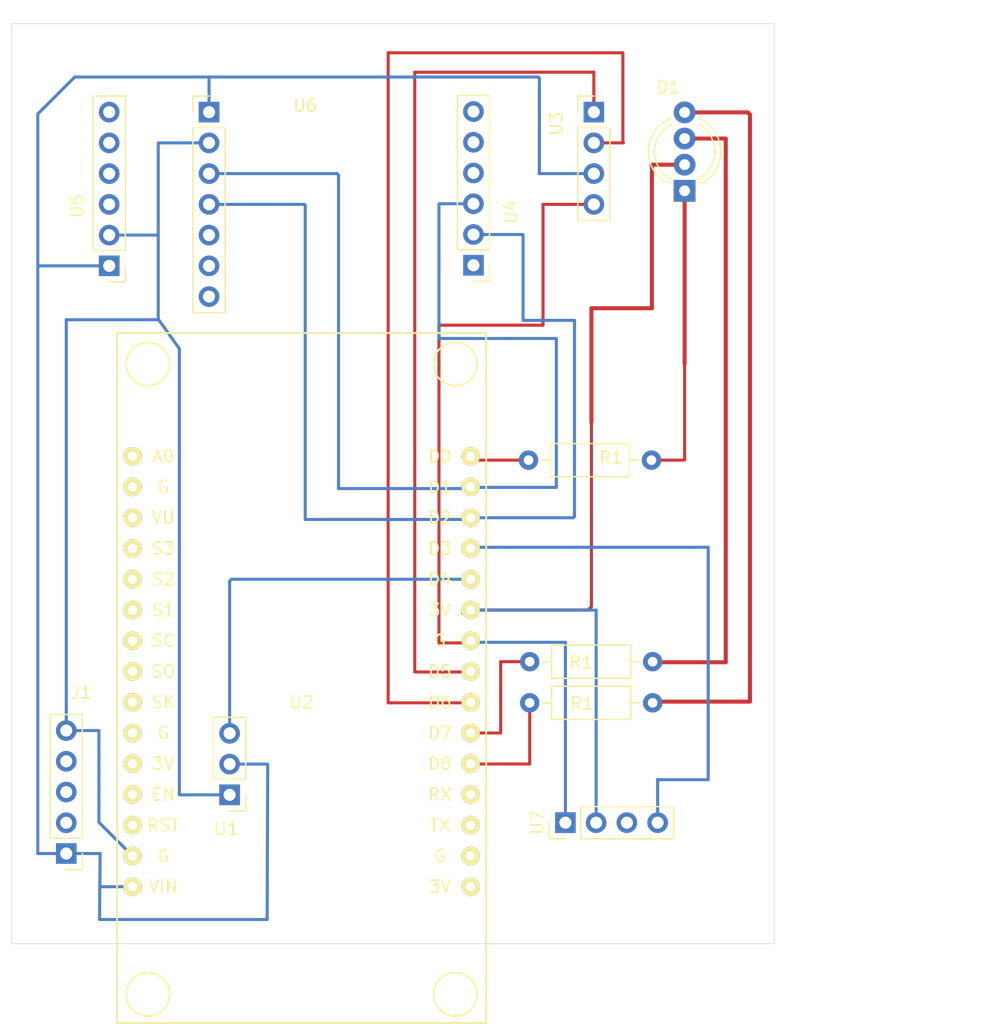
<source format=kicad_pcb>
(kicad_pcb (version 20171130) (host pcbnew "(5.1.10)-1")

  (general
    (thickness 1.6)
    (drawings 7)
    (tracks 144)
    (zones 0)
    (modules 16)
    (nets 38)
  )

  (page A4)
  (layers
    (0 F.Cu signal)
    (31 B.Cu signal)
    (32 B.Adhes user)
    (33 F.Adhes user)
    (34 B.Paste user)
    (35 F.Paste user)
    (36 B.SilkS user)
    (37 F.SilkS user)
    (38 B.Mask user)
    (39 F.Mask user)
    (40 Dwgs.User user)
    (41 Cmts.User user)
    (42 Eco1.User user)
    (43 Eco2.User user)
    (44 Edge.Cuts user)
    (45 Margin user)
    (46 B.CrtYd user)
    (47 F.CrtYd user)
    (48 B.Fab user)
    (49 F.Fab user hide)
  )

  (setup
    (last_trace_width 0.25)
    (user_trace_width 0.333)
    (trace_clearance 0.2)
    (zone_clearance 0.508)
    (zone_45_only no)
    (trace_min 0.2)
    (via_size 0.9)
    (via_drill 0.5)
    (via_min_size 0.4)
    (via_min_drill 0.3)
    (uvia_size 0.3)
    (uvia_drill 0.1)
    (uvias_allowed no)
    (uvia_min_size 0.2)
    (uvia_min_drill 0.1)
    (edge_width 0.05)
    (segment_width 0.2)
    (pcb_text_width 0.3)
    (pcb_text_size 1.5 1.5)
    (mod_edge_width 0.12)
    (mod_text_size 1 1)
    (mod_text_width 0.15)
    (pad_size 1.524 1.524)
    (pad_drill 0.762)
    (pad_to_mask_clearance 0)
    (aux_axis_origin 0 0)
    (visible_elements 7FFFFFFF)
    (pcbplotparams
      (layerselection 0x010fc_ffffffff)
      (usegerberextensions false)
      (usegerberattributes true)
      (usegerberadvancedattributes true)
      (creategerberjobfile true)
      (excludeedgelayer true)
      (linewidth 0.100000)
      (plotframeref false)
      (viasonmask false)
      (mode 1)
      (useauxorigin false)
      (hpglpennumber 1)
      (hpglpenspeed 20)
      (hpglpendiameter 15.000000)
      (psnegative false)
      (psa4output false)
      (plotreference true)
      (plotvalue true)
      (plotinvisibletext false)
      (padsonsilk false)
      (subtractmaskfromsilk false)
      (outputformat 1)
      (mirror false)
      (drillshape 0)
      (scaleselection 1)
      (outputdirectory "C:/Users/velaz/Pictures/TRABAJO IER/kicad_pcb/gerber_CO2/"))
  )

  (net 0 "")
  (net 1 "Net-(D1-Pad1)")
  (net 2 "Net-(D1-Pad2)")
  (net 3 "Net-(D1-Pad3)")
  (net 4 "Net-(D1-Pad4)")
  (net 5 "Net-(J1-Pad1)")
  (net 6 "Net-(J1-Pad2)")
  (net 7 "Net-(R1-Pad1)")
  (net 8 "Net-(R2-Pad1)")
  (net 9 "Net-(R3-Pad1)")
  (net 10 "Net-(U1-Pad3)")
  (net 11 "Net-(U2-Pad1)")
  (net 12 "Net-(U2-Pad2)")
  (net 13 "Net-(U2-Pad3)")
  (net 14 "Net-(U2-Pad4)")
  (net 15 "Net-(U2-Pad5)")
  (net 16 "Net-(U2-Pad6)")
  (net 17 "Net-(U2-Pad7)")
  (net 18 "Net-(U2-Pad8)")
  (net 19 "Net-(U2-Pad9)")
  (net 20 "Net-(U2-Pad10)")
  (net 21 "Net-(U2-Pad11)")
  (net 22 "Net-(U2-Pad12)")
  (net 23 "Net-(U2-Pad13)")
  (net 24 "Net-(U2-Pad16)")
  (net 25 "Net-(U2-Pad17)")
  (net 26 "Net-(U2-Pad18)")
  (net 27 "Net-(U2-Pad19)")
  (net 28 "Net-(U2-Pad22)")
  (net 29 "Net-(U2-Pad23)")
  (net 30 "Net-(U2-Pad28)")
  (net 31 "Net-(U2-Pad29)")
  (net 32 "Net-(J1-Pad5)")
  (net 33 "Net-(J1-Pad4)")
  (net 34 "Net-(J1-Pad3)")
  (net 35 "Net-(U2-Pad24)")
  (net 36 "Net-(U2-Pad27)")
  (net 37 "Net-(U7-Pad3)")

  (net_class Default "This is the default net class."
    (clearance 0.2)
    (trace_width 0.25)
    (via_dia 0.9)
    (via_drill 0.5)
    (uvia_dia 0.3)
    (uvia_drill 0.1)
    (add_net "Net-(D1-Pad1)")
    (add_net "Net-(D1-Pad2)")
    (add_net "Net-(D1-Pad3)")
    (add_net "Net-(D1-Pad4)")
    (add_net "Net-(J1-Pad1)")
    (add_net "Net-(J1-Pad2)")
    (add_net "Net-(J1-Pad3)")
    (add_net "Net-(J1-Pad4)")
    (add_net "Net-(J1-Pad5)")
    (add_net "Net-(R1-Pad1)")
    (add_net "Net-(R2-Pad1)")
    (add_net "Net-(R3-Pad1)")
    (add_net "Net-(U1-Pad3)")
    (add_net "Net-(U2-Pad1)")
    (add_net "Net-(U2-Pad10)")
    (add_net "Net-(U2-Pad11)")
    (add_net "Net-(U2-Pad12)")
    (add_net "Net-(U2-Pad13)")
    (add_net "Net-(U2-Pad16)")
    (add_net "Net-(U2-Pad17)")
    (add_net "Net-(U2-Pad18)")
    (add_net "Net-(U2-Pad19)")
    (add_net "Net-(U2-Pad2)")
    (add_net "Net-(U2-Pad22)")
    (add_net "Net-(U2-Pad23)")
    (add_net "Net-(U2-Pad24)")
    (add_net "Net-(U2-Pad27)")
    (add_net "Net-(U2-Pad28)")
    (add_net "Net-(U2-Pad29)")
    (add_net "Net-(U2-Pad3)")
    (add_net "Net-(U2-Pad4)")
    (add_net "Net-(U2-Pad5)")
    (add_net "Net-(U2-Pad6)")
    (add_net "Net-(U2-Pad7)")
    (add_net "Net-(U2-Pad8)")
    (add_net "Net-(U2-Pad9)")
    (add_net "Net-(U7-Pad3)")
  )

  (module Connector_PinHeader_2.54mm:PinHeader_1x04_P2.54mm_Vertical (layer F.Cu) (tedit 59FED5CC) (tstamp 6174670E)
    (at 148.75 128 90)
    (descr "Through hole straight pin header, 1x04, 2.54mm pitch, single row")
    (tags "Through hole pin header THT 1x04 2.54mm single row")
    (path /617537B2)
    (fp_text reference U7 (at 0 -2.33 90) (layer F.SilkS)
      (effects (font (size 1 1) (thickness 0.15)))
    )
    (fp_text value boton_grove (at 0 9.95 90) (layer F.Fab)
      (effects (font (size 1 1) (thickness 0.15)))
    )
    (fp_text user %R (at 0 3.81) (layer F.Fab)
      (effects (font (size 1 1) (thickness 0.15)))
    )
    (fp_line (start -0.635 -1.27) (end 1.27 -1.27) (layer F.Fab) (width 0.1))
    (fp_line (start 1.27 -1.27) (end 1.27 8.89) (layer F.Fab) (width 0.1))
    (fp_line (start 1.27 8.89) (end -1.27 8.89) (layer F.Fab) (width 0.1))
    (fp_line (start -1.27 8.89) (end -1.27 -0.635) (layer F.Fab) (width 0.1))
    (fp_line (start -1.27 -0.635) (end -0.635 -1.27) (layer F.Fab) (width 0.1))
    (fp_line (start -1.33 8.95) (end 1.33 8.95) (layer F.SilkS) (width 0.12))
    (fp_line (start -1.33 1.27) (end -1.33 8.95) (layer F.SilkS) (width 0.12))
    (fp_line (start 1.33 1.27) (end 1.33 8.95) (layer F.SilkS) (width 0.12))
    (fp_line (start -1.33 1.27) (end 1.33 1.27) (layer F.SilkS) (width 0.12))
    (fp_line (start -1.33 0) (end -1.33 -1.33) (layer F.SilkS) (width 0.12))
    (fp_line (start -1.33 -1.33) (end 0 -1.33) (layer F.SilkS) (width 0.12))
    (fp_line (start -1.8 -1.8) (end -1.8 9.4) (layer F.CrtYd) (width 0.05))
    (fp_line (start -1.8 9.4) (end 1.8 9.4) (layer F.CrtYd) (width 0.05))
    (fp_line (start 1.8 9.4) (end 1.8 -1.8) (layer F.CrtYd) (width 0.05))
    (fp_line (start 1.8 -1.8) (end -1.8 -1.8) (layer F.CrtYd) (width 0.05))
    (pad 4 thru_hole oval (at 0 7.62 90) (size 1.7 1.7) (drill 1) (layers *.Cu *.Mask)
      (net 36 "Net-(U2-Pad27)"))
    (pad 3 thru_hole oval (at 0 5.08 90) (size 1.7 1.7) (drill 1) (layers *.Cu *.Mask)
      (net 37 "Net-(U7-Pad3)"))
    (pad 2 thru_hole oval (at 0 2.54 90) (size 1.7 1.7) (drill 1) (layers *.Cu *.Mask)
      (net 2 "Net-(D1-Pad2)"))
    (pad 1 thru_hole rect (at 0 0 90) (size 1.7 1.7) (drill 1) (layers *.Cu *.Mask)
      (net 35 "Net-(U2-Pad24)"))
    (model "C:/Users/velaz/Pictures/TRABAJO IER/3d models/grove/Grove Connector (standing).STEP"
      (offset (xyz 3 -10 0))
      (scale (xyz 1.25 1 1))
      (rotate (xyz -90 0 -90))
    )
  )

  (module Connector_PinHeader_2.54mm:PinHeader_1x06_P2.54mm_Vertical (layer F.Cu) (tedit 59FED5CC) (tstamp 6165262D)
    (at 141.15 81.95 180)
    (descr "Through hole straight pin header, 1x06, 2.54mm pitch, single row")
    (tags "Through hole pin header THT 1x06 2.54mm single row")
    (path /6167FC23)
    (fp_text reference U4 (at -3.1 4.4 90) (layer F.SilkS)
      (effects (font (size 1 1) (thickness 0.15)))
    )
    (fp_text value s8 (at 0 15.03) (layer F.Fab)
      (effects (font (size 1 1) (thickness 0.15)))
    )
    (fp_line (start 1.8 -1.8) (end -1.8 -1.8) (layer F.CrtYd) (width 0.05))
    (fp_line (start 1.8 14.5) (end 1.8 -1.8) (layer F.CrtYd) (width 0.05))
    (fp_line (start -1.8 14.5) (end 1.8 14.5) (layer F.CrtYd) (width 0.05))
    (fp_line (start -1.8 -1.8) (end -1.8 14.5) (layer F.CrtYd) (width 0.05))
    (fp_line (start -1.33 -1.33) (end 0 -1.33) (layer F.SilkS) (width 0.12))
    (fp_line (start -1.33 0) (end -1.33 -1.33) (layer F.SilkS) (width 0.12))
    (fp_line (start -1.33 1.27) (end 1.33 1.27) (layer F.SilkS) (width 0.12))
    (fp_line (start 1.33 1.27) (end 1.33 14.03) (layer F.SilkS) (width 0.12))
    (fp_line (start -1.33 1.27) (end -1.33 14.03) (layer F.SilkS) (width 0.12))
    (fp_line (start -1.33 14.03) (end 1.33 14.03) (layer F.SilkS) (width 0.12))
    (fp_line (start -1.27 -0.635) (end -0.635 -1.27) (layer F.Fab) (width 0.1))
    (fp_line (start -1.27 13.97) (end -1.27 -0.635) (layer F.Fab) (width 0.1))
    (fp_line (start 1.27 13.97) (end -1.27 13.97) (layer F.Fab) (width 0.1))
    (fp_line (start 1.27 -1.27) (end 1.27 13.97) (layer F.Fab) (width 0.1))
    (fp_line (start -0.635 -1.27) (end 1.27 -1.27) (layer F.Fab) (width 0.1))
    (fp_text user %R (at 0 6.35 90) (layer F.Fab)
      (effects (font (size 1 1) (thickness 0.15)))
    )
    (pad 6 thru_hole oval (at 0 12.7 180) (size 1.7 1.7) (drill 1) (layers *.Cu *.Mask))
    (pad 5 thru_hole oval (at 0 10.16 180) (size 1.7 1.7) (drill 1) (layers *.Cu *.Mask))
    (pad 4 thru_hole oval (at 0 7.62 180) (size 1.7 1.7) (drill 1) (layers *.Cu *.Mask))
    (pad 3 thru_hole oval (at 0 5.08 180) (size 1.7 1.7) (drill 1) (layers *.Cu *.Mask)
      (net 31 "Net-(U2-Pad29)"))
    (pad 2 thru_hole oval (at 0 2.54 180) (size 1.7 1.7) (drill 1) (layers *.Cu *.Mask)
      (net 30 "Net-(U2-Pad28)"))
    (pad 1 thru_hole rect (at 0 0 180) (size 1.7 1.7) (drill 1) (layers *.Cu *.Mask))
    (model ${KISYS3DMOD}/Connector_PinSocket_2.54mm.3dshapes/PinSocket_1x06_P2.54mm_Vertical.wrl
      (offset (xyz 0 -12.5 0))
      (scale (xyz 1 1 1))
      (rotate (xyz 180 180 0))
    )
  )

  (module Connector_PinHeader_2.54mm:PinHeader_1x07_P2.54mm_Vertical (layer F.Cu) (tedit 59FED5CC) (tstamp 61651F5A)
    (at 119.3 69.3)
    (descr "Through hole straight pin header, 1x07, 2.54mm pitch, single row")
    (tags "Through hole pin header THT 1x07 2.54mm single row")
    (path /61668B07)
    (fp_text reference U6 (at 7.95 -0.55) (layer F.SilkS)
      (effects (font (size 1 1) (thickness 0.15)))
    )
    (fp_text value sen0220_scd30 (at 0 17.57) (layer F.Fab)
      (effects (font (size 1 1) (thickness 0.15)))
    )
    (fp_line (start 1.8 -1.8) (end -1.8 -1.8) (layer F.CrtYd) (width 0.05))
    (fp_line (start 1.8 17.05) (end 1.8 -1.8) (layer F.CrtYd) (width 0.05))
    (fp_line (start -1.8 17.05) (end 1.8 17.05) (layer F.CrtYd) (width 0.05))
    (fp_line (start -1.8 -1.8) (end -1.8 17.05) (layer F.CrtYd) (width 0.05))
    (fp_line (start -1.33 -1.33) (end 0 -1.33) (layer F.SilkS) (width 0.12))
    (fp_line (start -1.33 0) (end -1.33 -1.33) (layer F.SilkS) (width 0.12))
    (fp_line (start -1.33 1.27) (end 1.33 1.27) (layer F.SilkS) (width 0.12))
    (fp_line (start 1.33 1.27) (end 1.33 16.57) (layer F.SilkS) (width 0.12))
    (fp_line (start -1.33 1.27) (end -1.33 16.57) (layer F.SilkS) (width 0.12))
    (fp_line (start -1.33 16.57) (end 1.33 16.57) (layer F.SilkS) (width 0.12))
    (fp_line (start -1.27 -0.635) (end -0.635 -1.27) (layer F.Fab) (width 0.1))
    (fp_line (start -1.27 16.51) (end -1.27 -0.635) (layer F.Fab) (width 0.1))
    (fp_line (start 1.27 16.51) (end -1.27 16.51) (layer F.Fab) (width 0.1))
    (fp_line (start 1.27 -1.27) (end 1.27 16.51) (layer F.Fab) (width 0.1))
    (fp_line (start -0.635 -1.27) (end 1.27 -1.27) (layer F.Fab) (width 0.1))
    (fp_text user %R (at 0 7.62 90) (layer F.Fab)
      (effects (font (size 1 1) (thickness 0.15)))
    )
    (pad 7 thru_hole oval (at 0 15.24) (size 1.7 1.7) (drill 1) (layers *.Cu *.Mask))
    (pad 6 thru_hole oval (at 0 12.7) (size 1.7 1.7) (drill 1) (layers *.Cu *.Mask))
    (pad 5 thru_hole oval (at 0 10.16) (size 1.7 1.7) (drill 1) (layers *.Cu *.Mask))
    (pad 4 thru_hole oval (at 0 7.62) (size 1.7 1.7) (drill 1) (layers *.Cu *.Mask)
      (net 30 "Net-(U2-Pad28)"))
    (pad 3 thru_hole oval (at 0 5.08) (size 1.7 1.7) (drill 1) (layers *.Cu *.Mask)
      (net 31 "Net-(U2-Pad29)"))
    (pad 2 thru_hole oval (at 0 2.54) (size 1.7 1.7) (drill 1) (layers *.Cu *.Mask)
      (net 32 "Net-(J1-Pad5)"))
    (pad 1 thru_hole rect (at 0 0) (size 1.7 1.7) (drill 1) (layers *.Cu *.Mask)
      (net 5 "Net-(J1-Pad1)"))
    (model ${KISYS3DMOD}/Connector_PinSocket_2.54mm.3dshapes/PinSocket_1x07_P2.54mm_Vertical.step
      (offset (xyz 0 -15 -1.5))
      (scale (xyz 1 1 1))
      (rotate (xyz 180 0 0))
    )
  )

  (module Connector_PinHeader_2.54mm:PinHeader_1x06_P2.54mm_Vertical (layer F.Cu) (tedit 59FED5CC) (tstamp 6164FCA2)
    (at 111.05 82 180)
    (descr "Through hole straight pin header, 1x06, 2.54mm pitch, single row")
    (tags "Through hole pin header THT 1x06 2.54mm single row")
    (path /61653887)
    (fp_text reference U5 (at 2.65 4.95 90) (layer F.SilkS)
      (effects (font (size 1 1) (thickness 0.15)))
    )
    (fp_text value lp (at 0 15.03) (layer F.Fab)
      (effects (font (size 1 1) (thickness 0.15)))
    )
    (fp_line (start -0.635 -1.27) (end 1.27 -1.27) (layer F.Fab) (width 0.1))
    (fp_line (start 1.27 -1.27) (end 1.27 13.97) (layer F.Fab) (width 0.1))
    (fp_line (start 1.27 13.97) (end -1.27 13.97) (layer F.Fab) (width 0.1))
    (fp_line (start -1.27 13.97) (end -1.27 -0.635) (layer F.Fab) (width 0.1))
    (fp_line (start -1.27 -0.635) (end -0.635 -1.27) (layer F.Fab) (width 0.1))
    (fp_line (start -1.33 14.03) (end 1.33 14.03) (layer F.SilkS) (width 0.12))
    (fp_line (start -1.33 1.27) (end -1.33 14.03) (layer F.SilkS) (width 0.12))
    (fp_line (start 1.33 1.27) (end 1.33 14.03) (layer F.SilkS) (width 0.12))
    (fp_line (start -1.33 1.27) (end 1.33 1.27) (layer F.SilkS) (width 0.12))
    (fp_line (start -1.33 0) (end -1.33 -1.33) (layer F.SilkS) (width 0.12))
    (fp_line (start -1.33 -1.33) (end 0 -1.33) (layer F.SilkS) (width 0.12))
    (fp_line (start -1.8 -1.8) (end -1.8 14.5) (layer F.CrtYd) (width 0.05))
    (fp_line (start -1.8 14.5) (end 1.8 14.5) (layer F.CrtYd) (width 0.05))
    (fp_line (start 1.8 14.5) (end 1.8 -1.8) (layer F.CrtYd) (width 0.05))
    (fp_line (start 1.8 -1.8) (end -1.8 -1.8) (layer F.CrtYd) (width 0.05))
    (fp_text user %R (at 0 6.35 90) (layer F.Fab)
      (effects (font (size 1 1) (thickness 0.15)))
    )
    (pad 6 thru_hole oval (at 0 12.7 180) (size 1.7 1.7) (drill 1) (layers *.Cu *.Mask))
    (pad 5 thru_hole oval (at 0 10.16 180) (size 1.7 1.7) (drill 1) (layers *.Cu *.Mask))
    (pad 4 thru_hole oval (at 0 7.62 180) (size 1.7 1.7) (drill 1) (layers *.Cu *.Mask))
    (pad 3 thru_hole oval (at 0 5.08 180) (size 1.7 1.7) (drill 1) (layers *.Cu *.Mask))
    (pad 2 thru_hole oval (at 0 2.54 180) (size 1.7 1.7) (drill 1) (layers *.Cu *.Mask)
      (net 32 "Net-(J1-Pad5)"))
    (pad 1 thru_hole rect (at 0 0 180) (size 1.7 1.7) (drill 1) (layers *.Cu *.Mask)
      (net 5 "Net-(J1-Pad1)"))
    (model ${KISYS3DMOD}/Connector_PinSocket_2.54mm.3dshapes/PinSocket_1x06_P2.54mm_Vertical.wrl
      (offset (xyz 0 -12.5 0))
      (scale (xyz 1 1 1))
      (rotate (xyz 180 -180 0))
    )
  )

  (module Connector_PinHeader_2.54mm:PinHeader_1x05_P2.54mm_Vertical (layer F.Cu) (tedit 59FED5CC) (tstamp 6164FA68)
    (at 107.5 130.55 180)
    (descr "Through hole straight pin header, 1x05, 2.54mm pitch, single row")
    (tags "Through hole pin header THT 1x05 2.54mm single row")
    (path /6166421A)
    (fp_text reference J1 (at -1.25 13.3) (layer F.SilkS)
      (effects (font (size 1 1) (thickness 0.15)))
    )
    (fp_text value 5v (at 0 12.49) (layer F.Fab)
      (effects (font (size 1 1) (thickness 0.15)))
    )
    (fp_line (start -0.635 -1.27) (end 1.27 -1.27) (layer F.Fab) (width 0.1))
    (fp_line (start 1.27 -1.27) (end 1.27 11.43) (layer F.Fab) (width 0.1))
    (fp_line (start 1.27 11.43) (end -1.27 11.43) (layer F.Fab) (width 0.1))
    (fp_line (start -1.27 11.43) (end -1.27 -0.635) (layer F.Fab) (width 0.1))
    (fp_line (start -1.27 -0.635) (end -0.635 -1.27) (layer F.Fab) (width 0.1))
    (fp_line (start -1.33 11.49) (end 1.33 11.49) (layer F.SilkS) (width 0.12))
    (fp_line (start -1.33 1.27) (end -1.33 11.49) (layer F.SilkS) (width 0.12))
    (fp_line (start 1.33 1.27) (end 1.33 11.49) (layer F.SilkS) (width 0.12))
    (fp_line (start -1.33 1.27) (end 1.33 1.27) (layer F.SilkS) (width 0.12))
    (fp_line (start -1.33 0) (end -1.33 -1.33) (layer F.SilkS) (width 0.12))
    (fp_line (start -1.33 -1.33) (end 0 -1.33) (layer F.SilkS) (width 0.12))
    (fp_line (start -1.8 -1.8) (end -1.8 11.95) (layer F.CrtYd) (width 0.05))
    (fp_line (start -1.8 11.95) (end 1.8 11.95) (layer F.CrtYd) (width 0.05))
    (fp_line (start 1.8 11.95) (end 1.8 -1.8) (layer F.CrtYd) (width 0.05))
    (fp_line (start 1.8 -1.8) (end -1.8 -1.8) (layer F.CrtYd) (width 0.05))
    (fp_text user %R (at 0 5.08 180) (layer F.Fab)
      (effects (font (size 1 1) (thickness 0.15)))
    )
    (pad 5 thru_hole oval (at 0 10.16 180) (size 1.7 1.7) (drill 1) (layers *.Cu *.Mask)
      (net 32 "Net-(J1-Pad5)"))
    (pad 4 thru_hole oval (at 0 7.62 180) (size 1.7 1.7) (drill 1) (layers *.Cu *.Mask)
      (net 33 "Net-(J1-Pad4)"))
    (pad 3 thru_hole oval (at 0 5.08 180) (size 1.7 1.7) (drill 1) (layers *.Cu *.Mask)
      (net 34 "Net-(J1-Pad3)"))
    (pad 2 thru_hole oval (at 0 2.54 180) (size 1.7 1.7) (drill 1) (layers *.Cu *.Mask)
      (net 6 "Net-(J1-Pad2)"))
    (pad 1 thru_hole rect (at 0 0 180) (size 1.7 1.7) (drill 1) (layers *.Cu *.Mask)
      (net 5 "Net-(J1-Pad1)"))
    (model ${KISYS3DMOD}/Connector_PinHeader_2.54mm.3dshapes/PinHeader_1x05_P2.54mm_Vertical.wrl
      (offset (xyz 0 -10 -1.5))
      (scale (xyz 1 1 1))
      (rotate (xyz 180 0 0))
    )
    (model ${KISYS3DMOD}/Connector_USB.3dshapes/USB_Micro-B_Molex_47346-0001.wrl
      (offset (xyz 1.5 -5 -7.5))
      (scale (xyz 1.7 1.8 1.4))
      (rotate (xyz 0 -180 -90))
    )
  )

  (module MountingHole:MountingHole_3.2mm_M3 (layer F.Cu) (tedit 56D1B4CB) (tstamp 6164CAF9)
    (at 105.5 64.5)
    (descr "Mounting Hole 3.2mm, no annular, M3")
    (tags "mounting hole 3.2mm no annular m3")
    (attr virtual)
    (fp_text reference "" (at 0 -4.2) (layer F.SilkS)
      (effects (font (size 1 1) (thickness 0.15)))
    )
    (fp_text value MountingHole_3.2mm_M3 (at 0 4.2) (layer F.Fab)
      (effects (font (size 1 1) (thickness 0.15)))
    )
    (fp_circle (center 0 0) (end 3.2 0) (layer Cmts.User) (width 0.15))
    (fp_circle (center 0 0) (end 3.45 0) (layer F.CrtYd) (width 0.05))
    (fp_text user %R (at 5.969 0.3302) (layer F.Fab)
      (effects (font (size 1 1) (thickness 0.15)))
    )
    (pad 1 np_thru_hole circle (at 0 0) (size 3.2 3.2) (drill 3.2) (layers *.Cu *.Mask))
  )

  (module MountingHole:MountingHole_3.2mm_M3 (layer F.Cu) (tedit 56D1B4CB) (tstamp 6164CAE7)
    (at 105.5 135.5)
    (descr "Mounting Hole 3.2mm, no annular, M3")
    (tags "mounting hole 3.2mm no annular m3")
    (attr virtual)
    (fp_text reference "" (at 1.5 4.75) (layer F.SilkS)
      (effects (font (size 1 1) (thickness 0.15)))
    )
    (fp_text value MountingHole_3.2mm_M3 (at 0 4.2) (layer F.Fab)
      (effects (font (size 1 1) (thickness 0.15)))
    )
    (fp_circle (center 0 0) (end 3.45 0) (layer F.CrtYd) (width 0.05))
    (fp_circle (center 0 0) (end 3.2 0) (layer Cmts.User) (width 0.15))
    (fp_text user %R (at 5.969 0.3302) (layer F.Fab)
      (effects (font (size 1 1) (thickness 0.15)))
    )
    (pad 1 np_thru_hole circle (at 0 0) (size 3.2 3.2) (drill 3.2) (layers *.Cu *.Mask))
  )

  (module MountingHole:MountingHole_3.2mm_M3 (layer F.Cu) (tedit 56D1B4CB) (tstamp 6164CA69)
    (at 163.5 135.5)
    (descr "Mounting Hole 3.2mm, no annular, M3")
    (tags "mounting hole 3.2mm no annular m3")
    (attr virtual)
    (fp_text reference "" (at 5.25 4.5) (layer F.SilkS)
      (effects (font (size 1 1) (thickness 0.15)))
    )
    (fp_text value MountingHole_3.2mm_M3 (at 0 4.2) (layer F.Fab)
      (effects (font (size 1 1) (thickness 0.15)))
    )
    (fp_circle (center 0 0) (end 3.2 0) (layer Cmts.User) (width 0.15))
    (fp_circle (center 0 0) (end 3.45 0) (layer F.CrtYd) (width 0.05))
    (fp_text user %R (at 5.969 0.3302) (layer F.Fab)
      (effects (font (size 1 1) (thickness 0.15)))
    )
    (pad 1 np_thru_hole circle (at 0 0) (size 3.2 3.2) (drill 3.2) (layers *.Cu *.Mask))
  )

  (module MountingHole:MountingHole_3.2mm_M3 (layer F.Cu) (tedit 56D1B4CB) (tstamp 6164CA10)
    (at 163.5 64.5)
    (descr "Mounting Hole 3.2mm, no annular, M3")
    (tags "mounting hole 3.2mm no annular m3")
    (attr virtual)
    (fp_text reference "" (at 0 -4.2) (layer F.SilkS)
      (effects (font (size 1 1) (thickness 0.15)))
    )
    (fp_text value MountingHole_3.2mm_M3 (at 0 4.2) (layer F.Fab)
      (effects (font (size 1 1) (thickness 0.15)))
    )
    (fp_circle (center 0 0) (end 3.45 0) (layer F.CrtYd) (width 0.05))
    (fp_circle (center 0 0) (end 3.2 0) (layer Cmts.User) (width 0.15))
    (fp_text user %R (at 5.969 0.3302) (layer F.Fab)
      (effects (font (size 1 1) (thickness 0.15)))
    )
    (pad 1 np_thru_hole circle (at 0 0) (size 3.2 3.2) (drill 3.2) (layers *.Cu *.Mask))
  )

  (module LED_THT:LED_D5.0mm-4_RGB_Wide_Pins (layer F.Cu) (tedit 5B74F76E) (tstamp 6164AC8D)
    (at 158.6 75.8 90)
    (descr "LED, diameter 5.0mm, 2 pins, diameter 5.0mm, 3 pins, diameter 5.0mm, 4 pins, http://www.kingbright.com/attachments/file/psearch/000/00/00/L-154A4SUREQBFZGEW(Ver.9A).pdf")
    (tags "LED diameter 5.0mm 2 pins diameter 5.0mm 3 pins diameter 5.0mm 4 pins RGB RGBLED")
    (path /615FF3B4)
    (fp_text reference D1 (at 8.55 -1.35 180) (layer F.SilkS)
      (effects (font (size 1 1) (thickness 0.15)))
    )
    (fp_text value LED_RGB (at 3.2385 3.96 90) (layer F.Fab)
      (effects (font (size 1 1) (thickness 0.15)))
    )
    (fp_circle (center 3.2385 0) (end 5.7385 0) (layer F.Fab) (width 0.1))
    (fp_line (start 0.7385 -1.469694) (end 0.7385 1.469694) (layer F.Fab) (width 0.1))
    (fp_line (start 0.6785 -1.545) (end 0.6785 -1.08) (layer F.SilkS) (width 0.12))
    (fp_line (start 0.6785 1.08) (end 0.6785 1.545) (layer F.SilkS) (width 0.12))
    (fp_line (start -1.08 -3.25) (end -1.08 3.25) (layer F.CrtYd) (width 0.05))
    (fp_line (start -1.08 3.25) (end 7.56 3.25) (layer F.CrtYd) (width 0.05))
    (fp_line (start 7.56 3.25) (end 7.56 -3.25) (layer F.CrtYd) (width 0.05))
    (fp_line (start 7.56 -3.25) (end -1.08 -3.25) (layer F.CrtYd) (width 0.05))
    (fp_arc (start 3.2385 0) (end 0.7385 -1.469694) (angle 299.1) (layer F.Fab) (width 0.1))
    (fp_arc (start 3.2385 0) (end 0.6785 -1.54483) (angle 127.7) (layer F.SilkS) (width 0.12))
    (fp_arc (start 3.2385 0) (end 0.6785 1.54483) (angle -127.7) (layer F.SilkS) (width 0.12))
    (fp_arc (start 3.2385 0) (end 0.983816 -1.08) (angle 128.8) (layer F.SilkS) (width 0.12))
    (fp_arc (start 3.2385 0) (end 0.983816 1.08) (angle -128.8) (layer F.SilkS) (width 0.12))
    (fp_text user %R (at 3.2385 -3.96 90) (layer F.Fab)
      (effects (font (size 1 1) (thickness 0.15)))
    )
    (pad 1 thru_hole rect (at 0 0 90) (size 1.8 1.8) (drill 0.9) (layers *.Cu *.Mask)
      (net 1 "Net-(D1-Pad1)"))
    (pad 2 thru_hole circle (at 2.159 0 90) (size 1.8 1.8) (drill 0.9) (layers *.Cu *.Mask)
      (net 2 "Net-(D1-Pad2)"))
    (pad 3 thru_hole circle (at 4.318 0 90) (size 1.8 1.8) (drill 0.9) (layers *.Cu *.Mask)
      (net 3 "Net-(D1-Pad3)"))
    (pad 4 thru_hole circle (at 6.477 0 90) (size 1.8 1.8) (drill 0.9) (layers *.Cu *.Mask)
      (net 4 "Net-(D1-Pad4)"))
    (model ${KISYS3DMOD}/LED_THT.3dshapes/LED_D5.0mm-4_RGB_Wide_Pins.wrl
      (at (xyz 0 0 0))
      (scale (xyz 1 1 1))
      (rotate (xyz 0 0 0))
    )
    (model ${KISYS3DMOD}/LED_THT.3dshapes/LED_D5.0mm-4_RGB.wrl
      (at (xyz 0 0 0))
      (scale (xyz 1.7 1.7 1.3))
      (rotate (xyz 0 0 0))
    )
  )

  (module Resistor_THT:R_Axial_DIN0207_L6.3mm_D2.5mm_P10.16mm_Horizontal (layer F.Cu) (tedit 5AE5139B) (tstamp 61649FB1)
    (at 145.8 118.1)
    (descr "Resistor, Axial_DIN0207 series, Axial, Horizontal, pin pitch=10.16mm, 0.25W = 1/4W, length*diameter=6.3*2.5mm^2, http://cdn-reichelt.de/documents/datenblatt/B400/1_4W%23YAG.pdf")
    (tags "Resistor Axial_DIN0207 series Axial Horizontal pin pitch 10.16mm 0.25W = 1/4W length 6.3mm diameter 2.5mm")
    (path /616048E6)
    (fp_text reference R1 (at 4.3 0.05) (layer F.SilkS)
      (effects (font (size 1 1) (thickness 0.15)))
    )
    (fp_text value 220 (at 5.08 2.37) (layer F.Fab)
      (effects (font (size 1 1) (thickness 0.15)))
    )
    (fp_line (start 1.93 -1.25) (end 1.93 1.25) (layer F.Fab) (width 0.1))
    (fp_line (start 1.93 1.25) (end 8.23 1.25) (layer F.Fab) (width 0.1))
    (fp_line (start 8.23 1.25) (end 8.23 -1.25) (layer F.Fab) (width 0.1))
    (fp_line (start 8.23 -1.25) (end 1.93 -1.25) (layer F.Fab) (width 0.1))
    (fp_line (start 0 0) (end 1.93 0) (layer F.Fab) (width 0.1))
    (fp_line (start 10.16 0) (end 8.23 0) (layer F.Fab) (width 0.1))
    (fp_line (start 1.81 -1.37) (end 1.81 1.37) (layer F.SilkS) (width 0.12))
    (fp_line (start 1.81 1.37) (end 8.35 1.37) (layer F.SilkS) (width 0.12))
    (fp_line (start 8.35 1.37) (end 8.35 -1.37) (layer F.SilkS) (width 0.12))
    (fp_line (start 8.35 -1.37) (end 1.81 -1.37) (layer F.SilkS) (width 0.12))
    (fp_line (start 1.04 0) (end 1.81 0) (layer F.SilkS) (width 0.12))
    (fp_line (start 9.12 0) (end 8.35 0) (layer F.SilkS) (width 0.12))
    (fp_line (start -1.05 -1.5) (end -1.05 1.5) (layer F.CrtYd) (width 0.05))
    (fp_line (start -1.05 1.5) (end 11.21 1.5) (layer F.CrtYd) (width 0.05))
    (fp_line (start 11.21 1.5) (end 11.21 -1.5) (layer F.CrtYd) (width 0.05))
    (fp_line (start 11.21 -1.5) (end -1.05 -1.5) (layer F.CrtYd) (width 0.05))
    (fp_text user %R (at 5.08 0) (layer F.Fab)
      (effects (font (size 1 1) (thickness 0.15)))
    )
    (pad 1 thru_hole circle (at 0 0) (size 1.6 1.6) (drill 0.8) (layers *.Cu *.Mask)
      (net 7 "Net-(R1-Pad1)"))
    (pad 2 thru_hole oval (at 10.16 0) (size 1.6 1.6) (drill 0.8) (layers *.Cu *.Mask)
      (net 4 "Net-(D1-Pad4)"))
    (model ${KISYS3DMOD}/Resistor_THT.3dshapes/R_Axial_DIN0207_L6.3mm_D2.5mm_P10.16mm_Horizontal.wrl
      (at (xyz 0 0 0))
      (scale (xyz 1 1 1))
      (rotate (xyz 0 0 0))
    )
  )

  (module Resistor_THT:R_Axial_DIN0207_L6.3mm_D2.5mm_P10.16mm_Horizontal (layer F.Cu) (tedit 5AE5139B) (tstamp 61649FC8)
    (at 145.8 114.7)
    (descr "Resistor, Axial_DIN0207 series, Axial, Horizontal, pin pitch=10.16mm, 0.25W = 1/4W, length*diameter=6.3*2.5mm^2, http://cdn-reichelt.de/documents/datenblatt/B400/1_4W%23YAG.pdf")
    (tags "Resistor Axial_DIN0207 series Axial Horizontal pin pitch 10.16mm 0.25W = 1/4W length 6.3mm diameter 2.5mm")
    (path /61605002)
    (fp_text reference R1 (at 4.25 0.05) (layer F.SilkS)
      (effects (font (size 1 1) (thickness 0.15)))
    )
    (fp_text value 220 (at 5.08 2.37) (layer F.Fab)
      (effects (font (size 1 1) (thickness 0.15)))
    )
    (fp_line (start 11.21 -1.5) (end -1.05 -1.5) (layer F.CrtYd) (width 0.05))
    (fp_line (start 11.21 1.5) (end 11.21 -1.5) (layer F.CrtYd) (width 0.05))
    (fp_line (start -1.05 1.5) (end 11.21 1.5) (layer F.CrtYd) (width 0.05))
    (fp_line (start -1.05 -1.5) (end -1.05 1.5) (layer F.CrtYd) (width 0.05))
    (fp_line (start 9.12 0) (end 8.35 0) (layer F.SilkS) (width 0.12))
    (fp_line (start 1.04 0) (end 1.81 0) (layer F.SilkS) (width 0.12))
    (fp_line (start 8.35 -1.37) (end 1.81 -1.37) (layer F.SilkS) (width 0.12))
    (fp_line (start 8.35 1.37) (end 8.35 -1.37) (layer F.SilkS) (width 0.12))
    (fp_line (start 1.81 1.37) (end 8.35 1.37) (layer F.SilkS) (width 0.12))
    (fp_line (start 1.81 -1.37) (end 1.81 1.37) (layer F.SilkS) (width 0.12))
    (fp_line (start 10.16 0) (end 8.23 0) (layer F.Fab) (width 0.1))
    (fp_line (start 0 0) (end 1.93 0) (layer F.Fab) (width 0.1))
    (fp_line (start 8.23 -1.25) (end 1.93 -1.25) (layer F.Fab) (width 0.1))
    (fp_line (start 8.23 1.25) (end 8.23 -1.25) (layer F.Fab) (width 0.1))
    (fp_line (start 1.93 1.25) (end 8.23 1.25) (layer F.Fab) (width 0.1))
    (fp_line (start 1.93 -1.25) (end 1.93 1.25) (layer F.Fab) (width 0.1))
    (fp_text user %R (at 5.08 0) (layer F.Fab)
      (effects (font (size 1 1) (thickness 0.15)))
    )
    (pad 2 thru_hole oval (at 10.16 0) (size 1.6 1.6) (drill 0.8) (layers *.Cu *.Mask)
      (net 3 "Net-(D1-Pad3)"))
    (pad 1 thru_hole circle (at 0 0) (size 1.6 1.6) (drill 0.8) (layers *.Cu *.Mask)
      (net 8 "Net-(R2-Pad1)"))
    (model ${KISYS3DMOD}/Resistor_THT.3dshapes/R_Axial_DIN0207_L6.3mm_D2.5mm_P10.16mm_Horizontal.wrl
      (at (xyz 0 0 0))
      (scale (xyz 1 1 1))
      (rotate (xyz 0 0 0))
    )
  )

  (module Resistor_THT:R_Axial_DIN0207_L6.3mm_D2.5mm_P10.16mm_Horizontal (layer F.Cu) (tedit 5AE5139B) (tstamp 61649FDF)
    (at 145.7 98.05)
    (descr "Resistor, Axial_DIN0207 series, Axial, Horizontal, pin pitch=10.16mm, 0.25W = 1/4W, length*diameter=6.3*2.5mm^2, http://cdn-reichelt.de/documents/datenblatt/B400/1_4W%23YAG.pdf")
    (tags "Resistor Axial_DIN0207 series Axial Horizontal pin pitch 10.16mm 0.25W = 1/4W length 6.3mm diameter 2.5mm")
    (path /616052D2)
    (fp_text reference R1 (at 6.8 -0.2) (layer F.SilkS)
      (effects (font (size 1 1) (thickness 0.15)))
    )
    (fp_text value 220 (at 5.08 2.37) (layer F.Fab)
      (effects (font (size 1 1) (thickness 0.15)))
    )
    (fp_line (start 1.93 -1.25) (end 1.93 1.25) (layer F.Fab) (width 0.1))
    (fp_line (start 1.93 1.25) (end 8.23 1.25) (layer F.Fab) (width 0.1))
    (fp_line (start 8.23 1.25) (end 8.23 -1.25) (layer F.Fab) (width 0.1))
    (fp_line (start 8.23 -1.25) (end 1.93 -1.25) (layer F.Fab) (width 0.1))
    (fp_line (start 0 0) (end 1.93 0) (layer F.Fab) (width 0.1))
    (fp_line (start 10.16 0) (end 8.23 0) (layer F.Fab) (width 0.1))
    (fp_line (start 1.81 -1.37) (end 1.81 1.37) (layer F.SilkS) (width 0.12))
    (fp_line (start 1.81 1.37) (end 8.35 1.37) (layer F.SilkS) (width 0.12))
    (fp_line (start 8.35 1.37) (end 8.35 -1.37) (layer F.SilkS) (width 0.12))
    (fp_line (start 8.35 -1.37) (end 1.81 -1.37) (layer F.SilkS) (width 0.12))
    (fp_line (start 1.04 0) (end 1.81 0) (layer F.SilkS) (width 0.12))
    (fp_line (start 9.12 0) (end 8.35 0) (layer F.SilkS) (width 0.12))
    (fp_line (start -1.05 -1.5) (end -1.05 1.5) (layer F.CrtYd) (width 0.05))
    (fp_line (start -1.05 1.5) (end 11.21 1.5) (layer F.CrtYd) (width 0.05))
    (fp_line (start 11.21 1.5) (end 11.21 -1.5) (layer F.CrtYd) (width 0.05))
    (fp_line (start 11.21 -1.5) (end -1.05 -1.5) (layer F.CrtYd) (width 0.05))
    (fp_text user %R (at 5.08 0) (layer F.Fab)
      (effects (font (size 1 1) (thickness 0.15)))
    )
    (pad 1 thru_hole circle (at 0 0) (size 1.6 1.6) (drill 0.8) (layers *.Cu *.Mask)
      (net 9 "Net-(R3-Pad1)"))
    (pad 2 thru_hole oval (at 10.16 0) (size 1.6 1.6) (drill 0.8) (layers *.Cu *.Mask)
      (net 1 "Net-(D1-Pad1)"))
    (model ${KISYS3DMOD}/Resistor_THT.3dshapes/R_Axial_DIN0207_L6.3mm_D2.5mm_P10.16mm_Horizontal.wrl
      (at (xyz 0 0 0))
      (scale (xyz 1 1 1))
      (rotate (xyz 0 0 0))
    )
  )

  (module Connector_PinHeader_2.54mm:PinHeader_1x03_P2.54mm_Vertical (layer F.Cu) (tedit 59FED5CC) (tstamp 6164A044)
    (at 121 125.7 180)
    (descr "Through hole straight pin header, 1x03, 2.54mm pitch, single row")
    (tags "Through hole pin header THT 1x03 2.54mm single row")
    (path /6161B2AF)
    (fp_text reference U1 (at 0.25 -2.8) (layer F.SilkS)
      (effects (font (size 1 1) (thickness 0.15)))
    )
    (fp_text value Buzzer_activo (at 0 7.41) (layer F.Fab)
      (effects (font (size 1 1) (thickness 0.15)))
    )
    (fp_line (start -0.635 -1.27) (end 1.27 -1.27) (layer F.Fab) (width 0.1))
    (fp_line (start 1.27 -1.27) (end 1.27 6.35) (layer F.Fab) (width 0.1))
    (fp_line (start 1.27 6.35) (end -1.27 6.35) (layer F.Fab) (width 0.1))
    (fp_line (start -1.27 6.35) (end -1.27 -0.635) (layer F.Fab) (width 0.1))
    (fp_line (start -1.27 -0.635) (end -0.635 -1.27) (layer F.Fab) (width 0.1))
    (fp_line (start -1.33 6.41) (end 1.33 6.41) (layer F.SilkS) (width 0.12))
    (fp_line (start -1.33 1.27) (end -1.33 6.41) (layer F.SilkS) (width 0.12))
    (fp_line (start 1.33 1.27) (end 1.33 6.41) (layer F.SilkS) (width 0.12))
    (fp_line (start -1.33 1.27) (end 1.33 1.27) (layer F.SilkS) (width 0.12))
    (fp_line (start -1.33 0) (end -1.33 -1.33) (layer F.SilkS) (width 0.12))
    (fp_line (start -1.33 -1.33) (end 0 -1.33) (layer F.SilkS) (width 0.12))
    (fp_line (start -1.8 -1.8) (end -1.8 6.85) (layer F.CrtYd) (width 0.05))
    (fp_line (start -1.8 6.85) (end 1.8 6.85) (layer F.CrtYd) (width 0.05))
    (fp_line (start 1.8 6.85) (end 1.8 -1.8) (layer F.CrtYd) (width 0.05))
    (fp_line (start 1.8 -1.8) (end -1.8 -1.8) (layer F.CrtYd) (width 0.05))
    (fp_text user %R (at 0 2.54 90) (layer F.Fab)
      (effects (font (size 1 1) (thickness 0.15)))
    )
    (pad 1 thru_hole rect (at 0 0 180) (size 1.7 1.7) (drill 1) (layers *.Cu *.Mask)
      (net 32 "Net-(J1-Pad5)"))
    (pad 2 thru_hole oval (at 0 2.54 180) (size 1.7 1.7) (drill 1) (layers *.Cu *.Mask)
      (net 5 "Net-(J1-Pad1)"))
    (pad 3 thru_hole oval (at 0 5.08 180) (size 1.7 1.7) (drill 1) (layers *.Cu *.Mask)
      (net 10 "Net-(U1-Pad3)"))
    (model ${KISYS3DMOD}/Connector_PinSocket_2.54mm.3dshapes/PinSocket_1x03_P2.54mm_Horizontal.wrl
      (offset (xyz 0 -5 -3))
      (scale (xyz 1 1 1))
      (rotate (xyz -180 0 0))
    )
  )

  (module ESP8266:NodeMCU-LoLinV3 (layer F.Cu) (tedit 5AF0808C) (tstamp 6164A08D)
    (at 126.95 118.05)
    (path /615F62EE)
    (fp_text reference U2 (at 0 0) (layer F.SilkS)
      (effects (font (size 1 1) (thickness 0.15)))
    )
    (fp_text value "NodeMCU_1.0_(ESP-12E)" (at 0 -29.21) (layer F.Fab)
      (effects (font (size 1 1) (thickness 0.15)))
    )
    (fp_circle (center 12.7 24.13) (end 13.97 22.86) (layer F.SilkS) (width 0.15))
    (fp_circle (center -12.7 24.13) (end -11.43 22.86) (layer F.SilkS) (width 0.15))
    (fp_circle (center -12.7 -27.94) (end -11.43 -29.21) (layer F.SilkS) (width 0.15))
    (fp_circle (center 12.7 -27.94) (end 13.97 -29.21) (layer F.SilkS) (width 0.15))
    (fp_line (start 15.25 -30.5) (end -14.75 -30.5) (layer F.SilkS) (width 0.15))
    (fp_line (start -14.75 -30.5) (end -15.25 -30.5) (layer F.SilkS) (width 0.15))
    (fp_line (start -15.25 -30.5) (end -15.25 26.5) (layer F.SilkS) (width 0.15))
    (fp_line (start -15.25 26.5) (end 15.25 26.5) (layer F.SilkS) (width 0.15))
    (fp_line (start 15.25 26.5) (end 15.25 -30.5) (layer F.SilkS) (width 0.15))
    (fp_text user VIN (at -11.43 15.24) (layer F.SilkS)
      (effects (font (size 1 1) (thickness 0.15)))
    )
    (fp_text user G (at -11.43 12.7) (layer F.SilkS)
      (effects (font (size 1 1) (thickness 0.15)))
    )
    (fp_text user RST (at -11.43 10.16) (layer F.SilkS)
      (effects (font (size 1 1) (thickness 0.15)))
    )
    (fp_text user EN (at -11.43 7.62) (layer F.SilkS)
      (effects (font (size 1 1) (thickness 0.15)))
    )
    (fp_text user 3V (at -11.43 5.08) (layer F.SilkS)
      (effects (font (size 1 1) (thickness 0.15)))
    )
    (fp_text user G (at -11.43 2.54) (layer F.SilkS)
      (effects (font (size 1 1) (thickness 0.15)))
    )
    (fp_text user SK (at -11.43 0) (layer F.SilkS)
      (effects (font (size 1 1) (thickness 0.15)))
    )
    (fp_text user SO (at -11.43 -2.54) (layer F.SilkS)
      (effects (font (size 1 1) (thickness 0.15)))
    )
    (fp_text user SC (at -11.43 -5.08) (layer F.SilkS)
      (effects (font (size 1 1) (thickness 0.15)))
    )
    (fp_text user S1 (at -11.43 -7.62) (layer F.SilkS)
      (effects (font (size 1 1) (thickness 0.15)))
    )
    (fp_text user S2 (at -11.43 -10.16) (layer F.SilkS)
      (effects (font (size 1 1) (thickness 0.15)))
    )
    (fp_text user S3 (at -11.43 -12.7) (layer F.SilkS)
      (effects (font (size 1 1) (thickness 0.15)))
    )
    (fp_text user VU (at -11.43 -15.24) (layer F.SilkS)
      (effects (font (size 1 1) (thickness 0.15)))
    )
    (fp_text user G (at -11.43 -17.78) (layer F.SilkS)
      (effects (font (size 1 1) (thickness 0.15)))
    )
    (fp_text user A0 (at -11.43 -20.32) (layer F.SilkS)
      (effects (font (size 1 1) (thickness 0.15)))
    )
    (fp_text user 3V (at 11.43 15.24) (layer F.SilkS)
      (effects (font (size 1 1) (thickness 0.15)))
    )
    (fp_text user G (at 11.43 12.7) (layer F.SilkS)
      (effects (font (size 1 1) (thickness 0.15)))
    )
    (fp_text user TX (at 11.43 10.16) (layer F.SilkS)
      (effects (font (size 1 1) (thickness 0.15)))
    )
    (fp_text user RX (at 11.43 7.62) (layer F.SilkS)
      (effects (font (size 1 1) (thickness 0.15)))
    )
    (fp_text user D8 (at 11.43 5.08) (layer F.SilkS)
      (effects (font (size 1 1) (thickness 0.15)))
    )
    (fp_text user D7 (at 11.43 2.54) (layer F.SilkS)
      (effects (font (size 1 1) (thickness 0.15)))
    )
    (fp_text user D6 (at 11.43 0) (layer F.SilkS)
      (effects (font (size 1 1) (thickness 0.15)))
    )
    (fp_text user D5 (at 11.43 -2.54) (layer F.SilkS)
      (effects (font (size 1 1) (thickness 0.15)))
    )
    (fp_text user G (at 11.43 -5.08) (layer F.SilkS)
      (effects (font (size 1 1) (thickness 0.15)))
    )
    (fp_text user 3V (at 11.43 -7.62) (layer F.SilkS)
      (effects (font (size 1 1) (thickness 0.15)))
    )
    (fp_text user D4 (at 11.43 -10.16) (layer F.SilkS)
      (effects (font (size 1 1) (thickness 0.15)))
    )
    (fp_text user D3 (at 11.43 -12.7) (layer F.SilkS)
      (effects (font (size 1 1) (thickness 0.15)))
    )
    (fp_text user D2 (at 11.43 -15.24) (layer F.SilkS)
      (effects (font (size 1 1) (thickness 0.15)))
    )
    (fp_text user D1 (at 11.43 -17.78) (layer F.SilkS)
      (effects (font (size 1 1) (thickness 0.15)))
    )
    (fp_text user D0 (at 11.43 -20.32) (layer F.SilkS)
      (effects (font (size 1 1) (thickness 0.15)))
    )
    (pad 1 thru_hole circle (at -13.97 -20.32) (size 1.524 1.524) (drill 0.762) (layers *.Cu *.Mask F.SilkS)
      (net 11 "Net-(U2-Pad1)"))
    (pad 2 thru_hole circle (at -13.97 -17.78) (size 1.524 1.524) (drill 0.762) (layers *.Cu *.Mask F.SilkS)
      (net 12 "Net-(U2-Pad2)"))
    (pad 3 thru_hole circle (at -13.97 -15.24) (size 1.524 1.524) (drill 0.762) (layers *.Cu *.Mask F.SilkS)
      (net 13 "Net-(U2-Pad3)"))
    (pad 4 thru_hole circle (at -13.97 -12.7) (size 1.524 1.524) (drill 0.762) (layers *.Cu *.Mask F.SilkS)
      (net 14 "Net-(U2-Pad4)"))
    (pad 5 thru_hole circle (at -13.97 -10.16) (size 1.524 1.524) (drill 0.762) (layers *.Cu *.Mask F.SilkS)
      (net 15 "Net-(U2-Pad5)"))
    (pad 6 thru_hole circle (at -13.97 -7.62) (size 1.524 1.524) (drill 0.762) (layers *.Cu *.Mask F.SilkS)
      (net 16 "Net-(U2-Pad6)"))
    (pad 7 thru_hole circle (at -13.97 -5.08) (size 1.524 1.524) (drill 0.762) (layers *.Cu *.Mask F.SilkS)
      (net 17 "Net-(U2-Pad7)"))
    (pad 8 thru_hole circle (at -13.97 -2.54) (size 1.524 1.524) (drill 0.762) (layers *.Cu *.Mask F.SilkS)
      (net 18 "Net-(U2-Pad8)"))
    (pad 9 thru_hole circle (at -13.97 0) (size 1.524 1.524) (drill 0.762) (layers *.Cu *.Mask F.SilkS)
      (net 19 "Net-(U2-Pad9)"))
    (pad 10 thru_hole circle (at -13.97 2.54) (size 1.524 1.524) (drill 0.762) (layers *.Cu *.Mask F.SilkS)
      (net 20 "Net-(U2-Pad10)"))
    (pad 11 thru_hole circle (at -13.97 5.08) (size 1.524 1.524) (drill 0.762) (layers *.Cu *.Mask F.SilkS)
      (net 21 "Net-(U2-Pad11)"))
    (pad 12 thru_hole circle (at -13.97 7.62) (size 1.524 1.524) (drill 0.762) (layers *.Cu *.Mask F.SilkS)
      (net 22 "Net-(U2-Pad12)"))
    (pad 13 thru_hole circle (at -13.97 10.16) (size 1.524 1.524) (drill 0.762) (layers *.Cu *.Mask F.SilkS)
      (net 23 "Net-(U2-Pad13)"))
    (pad 14 thru_hole circle (at -13.97 12.7) (size 1.524 1.524) (drill 0.762) (layers *.Cu *.Mask F.SilkS)
      (net 32 "Net-(J1-Pad5)"))
    (pad 15 thru_hole circle (at -13.97 15.24) (size 1.524 1.524) (drill 0.762) (layers *.Cu *.Mask F.SilkS)
      (net 5 "Net-(J1-Pad1)"))
    (pad 16 thru_hole circle (at 13.97 15.24) (size 1.524 1.524) (drill 0.762) (layers *.Cu *.Mask F.SilkS)
      (net 24 "Net-(U2-Pad16)"))
    (pad 17 thru_hole circle (at 13.97 12.7) (size 1.524 1.524) (drill 0.762) (layers *.Cu *.Mask F.SilkS)
      (net 25 "Net-(U2-Pad17)"))
    (pad 18 thru_hole circle (at 13.97 10.16) (size 1.524 1.524) (drill 0.762) (layers *.Cu *.Mask F.SilkS)
      (net 26 "Net-(U2-Pad18)"))
    (pad 19 thru_hole circle (at 13.97 7.62) (size 1.524 1.524) (drill 0.762) (layers *.Cu *.Mask F.SilkS)
      (net 27 "Net-(U2-Pad19)"))
    (pad 20 thru_hole circle (at 13.97 5.08) (size 1.524 1.524) (drill 0.762) (layers *.Cu *.Mask F.SilkS)
      (net 7 "Net-(R1-Pad1)"))
    (pad 21 thru_hole circle (at 13.97 2.54) (size 1.524 1.524) (drill 0.762) (layers *.Cu *.Mask F.SilkS)
      (net 8 "Net-(R2-Pad1)"))
    (pad 22 thru_hole circle (at 13.97 0) (size 1.524 1.524) (drill 0.762) (layers *.Cu *.Mask F.SilkS)
      (net 28 "Net-(U2-Pad22)"))
    (pad 23 thru_hole circle (at 13.97 -2.54) (size 1.524 1.524) (drill 0.762) (layers *.Cu *.Mask F.SilkS)
      (net 29 "Net-(U2-Pad23)"))
    (pad 24 thru_hole circle (at 13.97 -5.08) (size 1.524 1.524) (drill 0.762) (layers *.Cu *.Mask F.SilkS)
      (net 35 "Net-(U2-Pad24)"))
    (pad 25 thru_hole circle (at 13.97 -7.62) (size 1.524 1.524) (drill 0.762) (layers *.Cu *.Mask F.SilkS)
      (net 2 "Net-(D1-Pad2)"))
    (pad 26 thru_hole circle (at 13.97 -10.16) (size 1.524 1.524) (drill 0.762) (layers *.Cu *.Mask F.SilkS)
      (net 10 "Net-(U1-Pad3)"))
    (pad 27 thru_hole circle (at 13.97 -12.7) (size 1.524 1.524) (drill 0.762) (layers *.Cu *.Mask F.SilkS)
      (net 36 "Net-(U2-Pad27)"))
    (pad 28 thru_hole circle (at 13.97 -15.24) (size 1.524 1.524) (drill 0.762) (layers *.Cu *.Mask F.SilkS)
      (net 30 "Net-(U2-Pad28)"))
    (pad 29 thru_hole circle (at 13.97 -17.78) (size 1.524 1.524) (drill 0.762) (layers *.Cu *.Mask F.SilkS)
      (net 31 "Net-(U2-Pad29)"))
    (pad 30 thru_hole circle (at 13.97 -20.32) (size 1.524 1.524) (drill 0.762) (layers *.Cu *.Mask F.SilkS)
      (net 9 "Net-(R3-Pad1)"))
    (model "C:/Users/velaz/Pictures/TRABAJO IER/3d models/Lolin NodeMCU ESP8266 V3.STEP"
      (offset (xyz 0 -26.5 3.5))
      (scale (xyz 1 1 1))
      (rotate (xyz -90 0 0))
    )
  )

  (module Connector_PinHeader_2.54mm:PinHeader_1x04_P2.54mm_Vertical (layer F.Cu) (tedit 59FED5CC) (tstamp 6164A0A5)
    (at 151.1 69.3)
    (descr "Through hole straight pin header, 1x04, 2.54mm pitch, single row")
    (tags "Through hole pin header THT 1x04 2.54mm single row")
    (path /61609CBB)
    (fp_text reference U3 (at -3.1 0.95 90) (layer F.SilkS)
      (effects (font (size 1 1) (thickness 0.15)))
    )
    (fp_text value Display (at 0 9.95) (layer F.Fab)
      (effects (font (size 1 1) (thickness 0.15)))
    )
    (fp_line (start -0.635 -1.27) (end 1.27 -1.27) (layer F.Fab) (width 0.1))
    (fp_line (start 1.27 -1.27) (end 1.27 8.89) (layer F.Fab) (width 0.1))
    (fp_line (start 1.27 8.89) (end -1.27 8.89) (layer F.Fab) (width 0.1))
    (fp_line (start -1.27 8.89) (end -1.27 -0.635) (layer F.Fab) (width 0.1))
    (fp_line (start -1.27 -0.635) (end -0.635 -1.27) (layer F.Fab) (width 0.1))
    (fp_line (start -1.33 8.95) (end 1.33 8.95) (layer F.SilkS) (width 0.12))
    (fp_line (start -1.33 1.27) (end -1.33 8.95) (layer F.SilkS) (width 0.12))
    (fp_line (start 1.33 1.27) (end 1.33 8.95) (layer F.SilkS) (width 0.12))
    (fp_line (start -1.33 1.27) (end 1.33 1.27) (layer F.SilkS) (width 0.12))
    (fp_line (start -1.33 0) (end -1.33 -1.33) (layer F.SilkS) (width 0.12))
    (fp_line (start -1.33 -1.33) (end 0 -1.33) (layer F.SilkS) (width 0.12))
    (fp_line (start -1.8 -1.8) (end -1.8 9.4) (layer F.CrtYd) (width 0.05))
    (fp_line (start -1.8 9.4) (end 1.8 9.4) (layer F.CrtYd) (width 0.05))
    (fp_line (start 1.8 9.4) (end 1.8 -1.8) (layer F.CrtYd) (width 0.05))
    (fp_line (start 1.8 -1.8) (end -1.8 -1.8) (layer F.CrtYd) (width 0.05))
    (fp_text user %R (at 0 3.81 90) (layer F.Fab)
      (effects (font (size 1 1) (thickness 0.15)))
    )
    (pad 1 thru_hole rect (at 0 0) (size 1.7 1.7) (drill 1) (layers *.Cu *.Mask)
      (net 29 "Net-(U2-Pad23)"))
    (pad 2 thru_hole oval (at 0 2.54) (size 1.7 1.7) (drill 1) (layers *.Cu *.Mask)
      (net 28 "Net-(U2-Pad22)"))
    (pad 3 thru_hole oval (at 0 5.08) (size 1.7 1.7) (drill 1) (layers *.Cu *.Mask)
      (net 5 "Net-(J1-Pad1)"))
    (pad 4 thru_hole oval (at 0 7.62) (size 1.7 1.7) (drill 1) (layers *.Cu *.Mask)
      (net 35 "Net-(U2-Pad24)"))
    (model "C:/Users/velaz/Pictures/TRABAJO IER/3d models/grove/Grove Connector (standing).STEP"
      (offset (xyz -3 2.5 0))
      (scale (xyz 1.25 1 1))
      (rotate (xyz -90 0 90))
    )
  )

  (dimension 30.000042 (width 0.15) (layer Dwgs.User)
    (gr_text "30.000 mm" (at 126.111942 62.160185 -0.09549287744) (layer Dwgs.User)
      (effects (font (size 1 1) (thickness 0.15)))
    )
    (feature1 (pts (xy 111.1 69.3) (xy 111.110752 62.848763)))
    (feature2 (pts (xy 141.1 69.35) (xy 141.110752 62.898763)))
    (crossbar (pts (xy 141.109775 63.485183) (xy 111.109775 63.435183)))
    (arrow1a (pts (xy 111.109775 63.435183) (xy 112.237255 62.850641)))
    (arrow1b (pts (xy 111.109775 63.435183) (xy 112.2353 64.02348)))
    (arrow2a (pts (xy 141.109775 63.485183) (xy 139.98425 62.896886)))
    (arrow2b (pts (xy 141.109775 63.485183) (xy 139.982295 64.069725)))
  )
  (dimension 76 (width 0.15) (layer Dwgs.User)
    (gr_text "76.000 mm" (at 183.799 100 90) (layer Dwgs.User)
      (effects (font (size 1 1) (thickness 0.15)))
    )
    (feature1 (pts (xy 166 62) (xy 183.085421 62)))
    (feature2 (pts (xy 166 138) (xy 183.085421 138)))
    (crossbar (pts (xy 182.499 138) (xy 182.499 62)))
    (arrow1a (pts (xy 182.499 62) (xy 183.085421 63.126504)))
    (arrow1b (pts (xy 182.499 62) (xy 181.912579 63.126504)))
    (arrow2a (pts (xy 182.499 138) (xy 183.085421 136.873496)))
    (arrow2b (pts (xy 182.499 138) (xy 181.912579 136.873496)))
  )
  (dimension 63 (width 0.15) (layer Dwgs.User)
    (gr_text "63.000 mm" (at 134.5 143.006599) (layer Dwgs.User)
      (effects (font (size 1 1) (thickness 0.15)))
    )
    (feature1 (pts (xy 166 138) (xy 166 142.29302)))
    (feature2 (pts (xy 103 138) (xy 103 142.29302)))
    (crossbar (pts (xy 103 141.706599) (xy 166 141.706599)))
    (arrow1a (pts (xy 166 141.706599) (xy 164.873496 142.29302)))
    (arrow1b (pts (xy 166 141.706599) (xy 164.873496 141.120178)))
    (arrow2a (pts (xy 103 141.706599) (xy 104.126504 142.29302)))
    (arrow2b (pts (xy 103 141.706599) (xy 104.126504 141.120178)))
  )
  (gr_line (start 103 138) (end 103 62) (layer Edge.Cuts) (width 0.05) (tstamp 6164C0C2))
  (gr_line (start 166 138) (end 103 138) (layer Edge.Cuts) (width 0.05))
  (gr_line (start 166 62) (end 166 138) (layer Edge.Cuts) (width 0.05))
  (gr_line (start 103 62) (end 166 62) (layer Edge.Cuts) (width 0.05))

  (segment (start 158.6 75.8) (end 158.6 90.1) (width 0.333) (layer F.Cu) (net 1))
  (segment (start 158.6 90.1) (end 158.6 98) (width 0.25) (layer F.Cu) (net 1))
  (segment (start 158.55 98.05) (end 155.86 98.05) (width 0.25) (layer F.Cu) (net 1))
  (segment (start 158.6 98) (end 158.55 98.05) (width 0.25) (layer F.Cu) (net 1))
  (segment (start 158.299298 73.641) (end 158.140298 73.8) (width 0.333) (layer F.Cu) (net 2))
  (segment (start 158.6 73.641) (end 158.299298 73.641) (width 0.333) (layer F.Cu) (net 2))
  (segment (start 158.6 73.641) (end 155.859 73.641) (width 0.333) (layer F.Cu) (net 2))
  (segment (start 155.859 73.641) (end 155.9 73.682) (width 0.333) (layer F.Cu) (net 2))
  (segment (start 155.9 73.682) (end 155.9 85.5) (width 0.333) (layer F.Cu) (net 2))
  (segment (start 155.9 85.5) (end 150.9 85.5) (width 0.333) (layer F.Cu) (net 2))
  (segment (start 150.9 85.5) (end 150.9 94.9) (width 0.333) (layer F.Cu) (net 2))
  (segment (start 140.6 102.75) (end 140.57 102.78) (width 0.25) (layer B.Cu) (net 30))
  (segment (start 158.6 71.482) (end 161.982 71.482) (width 0.333) (layer F.Cu) (net 3))
  (segment (start 161.982 71.482) (end 162 71.5) (width 0.333) (layer F.Cu) (net 3))
  (segment (start 162 71.5) (end 162 114.75) (width 0.333) (layer F.Cu) (net 3))
  (segment (start 156.01 114.75) (end 155.96 114.7) (width 0.333) (layer F.Cu) (net 3))
  (segment (start 162 114.75) (end 156.01 114.75) (width 0.333) (layer F.Cu) (net 3))
  (segment (start 158.6 69.323) (end 163.823 69.323) (width 0.333) (layer F.Cu) (net 4))
  (segment (start 163.823 69.323) (end 164 69.5) (width 0.333) (layer F.Cu) (net 4))
  (segment (start 164 69.5) (end 164 118) (width 0.333) (layer F.Cu) (net 4))
  (segment (start 156.06 118) (end 155.96 118.1) (width 0.333) (layer F.Cu) (net 4))
  (segment (start 164 118) (end 156.06 118) (width 0.333) (layer F.Cu) (net 4))
  (segment (start 107.5 130.55) (end 110.3 130.55) (width 0.25) (layer B.Cu) (net 5))
  (segment (start 107.5 130.55) (end 105.15 130.55) (width 0.25) (layer B.Cu) (net 5))
  (segment (start 105.15 69.45) (end 105.3 69.3) (width 0.25) (layer B.Cu) (net 5))
  (segment (start 108.2 66.4) (end 105.3 69.3) (width 0.25) (layer B.Cu) (net 5))
  (segment (start 119.3 66.4) (end 108.2 66.4) (width 0.25) (layer B.Cu) (net 5))
  (segment (start 119.3 69.3) (end 119.3 66.4) (width 0.25) (layer B.Cu) (net 5))
  (segment (start 151.1 74.38) (end 146.58 74.38) (width 0.25) (layer B.Cu) (net 5))
  (segment (start 146.58 74.38) (end 146.6 74.36) (width 0.25) (layer B.Cu) (net 5))
  (segment (start 146.6 74.36) (end 146.6 66.5) (width 0.25) (layer B.Cu) (net 5))
  (segment (start 146.5 66.4) (end 119.3 66.4) (width 0.25) (layer B.Cu) (net 5))
  (segment (start 146.6 66.5) (end 146.5 66.4) (width 0.25) (layer B.Cu) (net 5))
  (segment (start 111.05 82) (end 105.15 82) (width 0.25) (layer B.Cu) (net 5))
  (segment (start 105.15 82) (end 105.15 69.45) (width 0.25) (layer B.Cu) (net 5))
  (segment (start 105.15 130.55) (end 105.15 82) (width 0.25) (layer B.Cu) (net 5))
  (segment (start 124.1 136) (end 110.25 136) (width 0.25) (layer B.Cu) (net 5))
  (segment (start 124.15 123.2) (end 124.1 136) (width 0.25) (layer B.Cu) (net 5))
  (segment (start 124.11 123.16) (end 124.15 123.2) (width 0.25) (layer B.Cu) (net 5))
  (segment (start 121 123.16) (end 124.11 123.16) (width 0.25) (layer B.Cu) (net 5))
  (segment (start 110.31 133.29) (end 110.274538 133.325462) (width 0.25) (layer B.Cu) (net 5))
  (segment (start 112.98 133.29) (end 110.31 133.29) (width 0.25) (layer B.Cu) (net 5))
  (segment (start 110.274538 133.325462) (end 110.3 130.55) (width 0.25) (layer B.Cu) (net 5))
  (segment (start 110.25 136) (end 110.274538 133.325462) (width 0.25) (layer B.Cu) (net 5))
  (segment (start 145.8 118.1) (end 145.8 123.15) (width 0.25) (layer F.Cu) (net 7))
  (segment (start 140.94 123.15) (end 140.92 123.13) (width 0.25) (layer F.Cu) (net 7))
  (segment (start 145.8 123.15) (end 140.94 123.15) (width 0.25) (layer F.Cu) (net 7))
  (segment (start 145.8 114.7) (end 143.4 114.7) (width 0.25) (layer F.Cu) (net 8))
  (segment (start 143.4 114.7) (end 143.4 120.6) (width 0.25) (layer F.Cu) (net 8))
  (segment (start 143.39 120.59) (end 140.92 120.59) (width 0.25) (layer F.Cu) (net 8))
  (segment (start 143.4 120.6) (end 143.39 120.59) (width 0.25) (layer F.Cu) (net 8))
  (segment (start 121 120.62) (end 121 108.05) (width 0.25) (layer B.Cu) (net 10))
  (segment (start 121.16 107.89) (end 140.92 107.89) (width 0.25) (layer B.Cu) (net 10))
  (segment (start 121 108.05) (end 121.16 107.89) (width 0.25) (layer B.Cu) (net 10))
  (segment (start 140.62 97.75) (end 140.57 97.7) (width 0.25) (layer B.Cu) (net 9))
  (segment (start 140.49 105.4) (end 140.57 105.32) (width 0.25) (layer F.Cu) (net 36))
  (segment (start 140.75 105.5) (end 140.57 105.32) (width 0.25) (layer B.Cu) (net 36))
  (segment (start 140.51 100.3) (end 140.57 100.24) (width 0.25) (layer B.Cu) (net 31))
  (segment (start 112.98 120.59) (end 112.98 120.57) (width 0.25) (layer B.Cu) (net 20))
  (segment (start 112.98 120.57) (end 113 120.55) (width 0.25) (layer B.Cu) (net 20))
  (segment (start 140.27 110.7) (end 140.57 110.4) (width 0.25) (layer F.Cu) (net 2))
  (segment (start 150.9 94.9) (end 150.9 110.15) (width 0.25) (layer F.Cu) (net 2))
  (segment (start 150.62 110.43) (end 140.92 110.43) (width 0.25) (layer F.Cu) (net 2))
  (segment (start 150.9 110.15) (end 150.62 110.43) (width 0.25) (layer F.Cu) (net 2))
  (segment (start 151.29 128) (end 151.29 110.44) (width 0.25) (layer B.Cu) (net 2))
  (segment (start 140.93 110.44) (end 140.92 110.43) (width 0.25) (layer B.Cu) (net 2))
  (segment (start 151.29 110.44) (end 140.93 110.44) (width 0.25) (layer B.Cu) (net 2))
  (segment (start 140.59 97.4) (end 140.92 97.73) (width 0.25) (layer F.Cu) (net 9))
  (segment (start 141.24 98.05) (end 140.92 97.73) (width 0.25) (layer F.Cu) (net 9))
  (segment (start 145.7 98.05) (end 141.24 98.05) (width 0.25) (layer F.Cu) (net 9))
  (segment (start 136.3 107.9) (end 136.34 107.86) (width 0.25) (layer F.Cu) (net 29))
  (segment (start 136.3 66) (end 136.3 107.9) (width 0.25) (layer F.Cu) (net 29))
  (segment (start 151.1 66) (end 136.3 66) (width 0.25) (layer F.Cu) (net 29))
  (segment (start 151.1 69.3) (end 151.1 66) (width 0.25) (layer F.Cu) (net 29))
  (segment (start 141.15 76.87) (end 138.33 76.87) (width 0.25) (layer B.Cu) (net 31))
  (segment (start 138.33 76.87) (end 138.3 76.9) (width 0.25) (layer B.Cu) (net 31))
  (segment (start 138.3 76.9) (end 138.3 87.95) (width 0.25) (layer B.Cu) (net 31))
  (segment (start 138.35 88) (end 144.2 88) (width 0.25) (layer B.Cu) (net 31))
  (segment (start 138.3 87.95) (end 138.35 88) (width 0.25) (layer B.Cu) (net 31))
  (segment (start 144 88) (end 144.2 88) (width 0.25) (layer B.Cu) (net 31))
  (segment (start 112.53 123.2) (end 112.63 123.1) (width 0.25) (layer B.Cu) (net 21))
  (segment (start 119.3 71.84) (end 115.14 71.84) (width 0.25) (layer B.Cu) (net 32))
  (segment (start 115.14 71.84) (end 115.1 71.88) (width 0.25) (layer B.Cu) (net 32))
  (segment (start 115.1 86.45) (end 107.5 86.45) (width 0.25) (layer B.Cu) (net 32))
  (segment (start 107.5 120.39) (end 107.5 86.45) (width 0.25) (layer B.Cu) (net 32))
  (segment (start 112.73 123) (end 112.63 123.1) (width 0.25) (layer B.Cu) (net 21))
  (segment (start 140.87 118.1) (end 140.92 118.05) (width 0.25) (layer F.Cu) (net 28))
  (segment (start 134.1 64.4) (end 134.1 118.1) (width 0.25) (layer F.Cu) (net 28))
  (segment (start 153.5 64.4) (end 134.1 64.4) (width 0.25) (layer F.Cu) (net 28))
  (segment (start 153.5 71.8) (end 153.5 64.4) (width 0.25) (layer F.Cu) (net 28))
  (segment (start 134.1 118.1) (end 140.87 118.1) (width 0.25) (layer F.Cu) (net 28))
  (segment (start 153.54 71.84) (end 153.5 71.8) (width 0.25) (layer F.Cu) (net 28))
  (segment (start 151.1 71.84) (end 153.54 71.84) (width 0.25) (layer F.Cu) (net 28))
  (segment (start 136.3 107.9) (end 136.3 115.55) (width 0.25) (layer F.Cu) (net 29))
  (segment (start 140.88 115.55) (end 140.92 115.51) (width 0.25) (layer F.Cu) (net 29))
  (segment (start 136.3 115.55) (end 140.88 115.55) (width 0.25) (layer F.Cu) (net 29))
  (segment (start 140.78 102.95) (end 140.92 102.81) (width 0.25) (layer B.Cu) (net 30))
  (segment (start 127.25 102.95) (end 140.78 102.95) (width 0.25) (layer B.Cu) (net 30))
  (segment (start 127.25 77) (end 127.25 102.95) (width 0.25) (layer B.Cu) (net 30))
  (segment (start 127.17 76.92) (end 127.25 77) (width 0.25) (layer B.Cu) (net 30))
  (segment (start 119.3 76.92) (end 127.17 76.92) (width 0.25) (layer B.Cu) (net 30))
  (segment (start 149.5 102.7) (end 149.39 102.81) (width 0.25) (layer B.Cu) (net 30))
  (segment (start 149.39 102.81) (end 140.92 102.81) (width 0.25) (layer B.Cu) (net 30))
  (segment (start 149.5 86.5) (end 149.5 102.7) (width 0.25) (layer B.Cu) (net 30))
  (segment (start 145.25 86.5) (end 149.5 86.5) (width 0.25) (layer B.Cu) (net 30))
  (segment (start 145.25 79.45) (end 145.25 86.5) (width 0.25) (layer B.Cu) (net 30))
  (segment (start 145.21 79.41) (end 145.25 79.45) (width 0.25) (layer B.Cu) (net 30))
  (segment (start 141.15 79.41) (end 145.21 79.41) (width 0.25) (layer B.Cu) (net 30))
  (segment (start 140.79 100.4) (end 140.92 100.27) (width 0.25) (layer B.Cu) (net 31))
  (segment (start 130 100.4) (end 140.79 100.4) (width 0.25) (layer B.Cu) (net 31))
  (segment (start 130 74.5) (end 130 100.4) (width 0.25) (layer B.Cu) (net 31))
  (segment (start 129.88 74.38) (end 130 74.5) (width 0.25) (layer B.Cu) (net 31))
  (segment (start 119.3 74.38) (end 129.88 74.38) (width 0.25) (layer B.Cu) (net 31))
  (segment (start 140.95 100.3) (end 140.92 100.27) (width 0.25) (layer B.Cu) (net 31))
  (segment (start 148 100.3) (end 140.95 100.3) (width 0.25) (layer B.Cu) (net 31))
  (segment (start 148 88) (end 148 100.3) (width 0.25) (layer B.Cu) (net 31))
  (segment (start 144.2 88) (end 148 88) (width 0.25) (layer B.Cu) (net 31))
  (segment (start 114.99 79.46) (end 115.1 79.35) (width 0.25) (layer B.Cu) (net 32))
  (segment (start 111.05 79.46) (end 114.99 79.46) (width 0.25) (layer B.Cu) (net 32))
  (segment (start 115.1 79.35) (end 115.1 86.45) (width 0.25) (layer B.Cu) (net 32))
  (segment (start 115.1 71.88) (end 115.1 79.35) (width 0.25) (layer B.Cu) (net 32))
  (segment (start 110.19 120.39) (end 107.5 120.39) (width 0.25) (layer B.Cu) (net 32))
  (segment (start 110.2 120.4) (end 110.19 120.39) (width 0.25) (layer B.Cu) (net 32))
  (segment (start 110.2 127.97) (end 110.2 120.4) (width 0.25) (layer B.Cu) (net 32))
  (segment (start 112.98 130.75) (end 110.2 127.97) (width 0.25) (layer B.Cu) (net 32))
  (segment (start 116.85 88.85) (end 115.1 86.4) (width 0.25) (layer B.Cu) (net 32))
  (segment (start 116.85 125.7) (end 116.85 88.85) (width 0.25) (layer B.Cu) (net 32))
  (segment (start 121 125.7) (end 116.85 125.7) (width 0.25) (layer B.Cu) (net 32))
  (segment (start 140.74 113.15) (end 140.92 112.97) (width 0.25) (layer F.Cu) (net 35))
  (segment (start 138.3 113.15) (end 140.74 113.15) (width 0.25) (layer F.Cu) (net 35))
  (segment (start 146.9 86.9) (end 138.3 86.9) (width 0.25) (layer F.Cu) (net 35))
  (segment (start 146.92 76.92) (end 146.9 76.94) (width 0.25) (layer F.Cu) (net 35))
  (segment (start 138.3 86.9) (end 138.3 113.15) (width 0.25) (layer F.Cu) (net 35))
  (segment (start 146.9 76.94) (end 146.9 86.9) (width 0.25) (layer F.Cu) (net 35))
  (segment (start 151.1 76.92) (end 146.92 76.92) (width 0.25) (layer F.Cu) (net 35))
  (segment (start 141.05 113.1) (end 140.92 112.97) (width 0.25) (layer B.Cu) (net 35))
  (segment (start 148.75 113.1) (end 141.05 113.1) (width 0.25) (layer B.Cu) (net 35))
  (segment (start 148.75 128) (end 148.75 113.1) (width 0.25) (layer B.Cu) (net 35))
  (segment (start 156.39 124.45) (end 160.55 124.45) (width 0.25) (layer B.Cu) (net 36))
  (segment (start 156.37 124.43) (end 156.39 124.45) (width 0.25) (layer B.Cu) (net 36))
  (segment (start 156.37 128) (end 156.37 124.43) (width 0.25) (layer B.Cu) (net 36))
  (segment (start 160.55 124.45) (end 160.55 105.25) (width 0.25) (layer B.Cu) (net 36))
  (segment (start 141.02 105.25) (end 140.92 105.35) (width 0.25) (layer B.Cu) (net 36))
  (segment (start 160.55 105.25) (end 141.02 105.25) (width 0.25) (layer B.Cu) (net 36))

)

</source>
